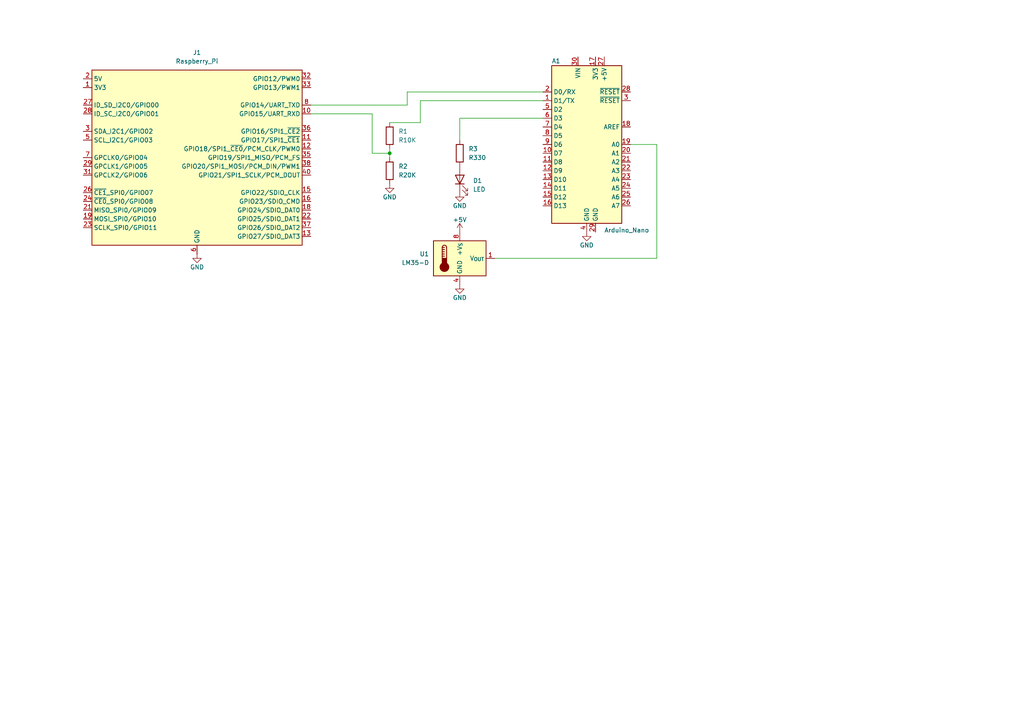
<source format=kicad_sch>
(kicad_sch (version 20250114) (generator "eeschema") (generator_version "9.0")
  (paper "A4")
  (title_block (title "Arduino Nano + LM35 + YF-S201 (grid 50mil)") (date "2025-09-16") (rev "1.0") (company "Adriana") (comment 1 "LM35→A0; YF-S201 con pull-up 10k→D2"))
  (lib_symbols
    (symbol "Connector:Raspberry_Pi_4"
      (property "Reference" "J" (at -17.526 48.768 0))
      (property "Value" "Raspberry_Pi_4" (at 15.748 -26.416 0))
      (symbol "Raspberry_Pi_4_0_1"
        (rectangle (start -30.48 25.4) (end 30.48 -25.4) (stroke (width 0.254)) (fill (type background)))
      )
      (symbol "Raspberry_Pi_4_1_1"
        (pin bidirectional line (at -33.02 22.86 0) (length 2.54) (name "GPIO12/PWM0") (number "32"))
        (pin bidirectional line (at -33.02 20.32 0) (length 2.54) (name "GPIO13/PWM1") (number "33"))
        (pin bidirectional line (at -33.02 15.24 0) (length 2.54) (name "GPIO14/UART_TXD") (number "8"))
        (pin bidirectional line (at -33.02 12.7 0) (length 2.54) (name "GPIO15/UART_RXD") (number "10"))
        (pin bidirectional line (at -33.02 7.62 0) (length 2.54) (name "GPIO16/SPI1_~{CE2}") (number "36"))
        (pin bidirectional line (at -33.02 5.08 0) (length 2.54) (name "GPIO17/SPI1_~{CE1}") (number "11"))
        (pin bidirectional line (at -33.02 2.54 0) (length 2.54) (name "GPIO18/SPI1_~{CE0}/PCM_CLK/PWM0") (number "12"))
        (pin bidirectional line (at -33.02 0 0) (length 2.54) (name "GPIO19/SPI1_MISO/PCM_FS") (number "35"))
        (pin bidirectional line (at -33.02 -2.54 0) (length 2.54) (name "GPIO20/SPI1_MOSI/PCM_DIN/PWM1") (number "38"))
        (pin bidirectional line (at -33.02 -5.08 0) (length 2.54) (name "GPIO21/SPI1_SCLK/PCM_DOUT") (number "40"))
        (pin bidirectional line (at -33.02 -10.16 0) (length 2.54) (name "GPIO22/SDIO_CLK") (number "15"))
        (pin bidirectional line (at -33.02 -12.7 0) (length 2.54) (name "GPIO23/SDIO_CMD") (number "16"))
        (pin bidirectional line (at -33.02 -15.24 0) (length 2.54) (name "GPIO24/SDIO_DAT0") (number "18"))
        (pin bidirectional line (at -33.02 -17.78 0) (length 2.54) (name "GPIO25/SDIO_DAT1") (number "22"))
        (pin bidirectional line (at -33.02 -20.32 0) (length 2.54) (name "GPIO26/SDIO_DAT2") (number "37"))
        (pin bidirectional line (at -33.02 -22.86 0) (length 2.54) (name "GPIO27/SDIO_DAT3") (number "13"))
        (pin passive line (at 0 -27.94 90) (length 2.54) (hide yes) (name "GND") (number "14"))
        (pin passive line (at 0 -27.94 90) (length 2.54) (hide yes) (name "GND") (number "20"))
        (pin passive line (at 0 -27.94 90) (length 2.54) (hide yes) (name "GND") (number "25"))
        (pin passive line (at 0 -27.94 90) (length 2.54) (hide yes) (name "GND") (number "30"))
        (pin passive line (at 0 -27.94 90) (length 2.54) (hide yes) (name "GND") (number "34"))
        (pin passive line (at 0 -27.94 90) (length 2.54) (hide yes) (name "GND") (number "39"))
        (pin power_out line (at 0 -27.94 90) (length 2.54) (name "GND") (number "6"))
        (pin passive line (at 0 -27.94 90) (length 2.54) (hide yes) (name "GND") (number "9"))
        (pin power_out line (at 33.02 22.86 180) (length 2.54) (name "5V") (number "2"))
        (pin passive line (at 33.02 22.86 180) (length 2.54) (hide yes) (name "5V") (number "4"))
        (pin power_out line (at 33.02 20.32 180) (length 2.54) (name "3V3") (number "1"))
        (pin passive line (at 33.02 20.32 180) (length 2.54) (hide yes) (name "3V3") (number "17"))
        (pin bidirectional line (at 33.02 15.24 180) (length 2.54) (name "ID_SD_I2C0/GPIO00") (number "27"))
        (pin bidirectional line (at 33.02 12.7 180) (length 2.54) (name "ID_SC_I2C0/GPIO01") (number "28"))
        (pin bidirectional line (at 33.02 7.62 180) (length 2.54) (name "SDA_I2C1/GPIO02") (number "3"))
        (pin bidirectional line (at 33.02 5.08 180) (length 2.54) (name "SCL_I2C1/GPIO03") (number "5"))
        (pin bidirectional line (at 33.02 0 180) (length 2.54) (name "GPCLK0/GPIO04") (number "7"))
        (pin bidirectional line (at 33.02 -2.54 180) (length 2.54) (name "GPCLK1/GPIO05") (number "29"))
        (pin bidirectional line (at 33.02 -5.08 180) (length 2.54) (name "GPCLK2/GPIO06") (number "31"))
        (pin bidirectional line (at 33.02 -10.16 180) (length 2.54) (name "~{CE1}_SPI0/GPIO07") (number "26"))
        (pin bidirectional line (at 33.02 -12.7 180) (length 2.54) (name "~{CE0}_SPI0/GPIO08") (number "24"))
        (pin bidirectional line (at 33.02 -15.24 180) (length 2.54) (name "MISO_SPI0/GPIO09") (number "21"))
        (pin bidirectional line (at 33.02 -17.78 180) (length 2.54) (name "MOSI_SPI0/GPIO10") (number "19"))
        (pin bidirectional line (at 33.02 -20.32 180) (length 2.54) (name "SCLK_SPI0/GPIO11") (number "23"))
      )
    )
    (symbol "Device:LED" (pin_numbers (hide yes)) (pin_names (offset 1.016) (hide yes))
      (property "Reference" "D" (at 0 2.54 0))
      (property "Value" "LED" (at 0 -2.54 0))
      (symbol "LED_0_1"
        (polyline (pts (xy -3.048 -0.762) (xy -4.572 -2.286) (xy -3.81 -2.286) (xy -4.572 -2.286) (xy -4.572 -1.524)))
        (polyline (pts (xy -1.778 -0.762) (xy -3.302 -2.286) (xy -2.54 -2.286) (xy -3.302 -2.286) (xy -3.302 -1.524)))
        (polyline (pts (xy -1.27 0) (xy 1.27 0)))
        (polyline (pts (xy -1.27 -1.27) (xy -1.27 1.27)) (stroke (width 0.254)))
        (polyline (pts (xy 1.27 -1.27) (xy 1.27 1.27) (xy -1.27 0) (xy 1.27 -1.27)) (stroke (width 0.254)))
      )
      (symbol "LED_1_1"
        (pin passive line (at -3.81 0 0) (length 2.54) (name "K") (number "1"))
        (pin passive line (at 3.81 0 180) (length 2.54) (name "A") (number "2"))
      )
    )
    (symbol "Device:R" (pin_numbers (hide yes)) (pin_names (offset 0))
      (property "Reference" "R" (at 2.032 0 90))
      (property "Value" "R" (at 0 0 90))
      (symbol "R_0_1"
        (rectangle (start -1.016 -2.54) (end 1.016 2.54) (stroke (width 0.254)))
      )
      (symbol "R_1_1"
        (pin passive line (at 0 3.81 270) (length 1.27) (name "~") (number "1"))
        (pin passive line (at 0 -3.81 90) (length 1.27) (name "~") (number "2"))
      )
    )
    (symbol "MCU_Module:Arduino_Nano_v3.x"
      (property "Reference" "A" (at -10.16 23.495 0))
      (property "Value" "Arduino_Nano_v3.x" (at 5.08 -24.13 0))
      (symbol "Arduino_Nano_v3.x_0_1"
        (rectangle (start -10.16 22.86) (end 10.16 -22.86) (stroke (width 0.254)) (fill (type background)))
      )
      (symbol "Arduino_Nano_v3.x_1_1"
        (pin bidirectional line (at -12.7 15.24 0) (length 2.54) (name "D0/RX") (number "2"))
        (pin bidirectional line (at -12.7 12.7 0) (length 2.54) (name "D1/TX") (number "1"))
        (pin bidirectional line (at -12.7 10.16 0) (length 2.54) (name "D2") (number "5"))
        (pin bidirectional line (at -12.7 7.62 0) (length 2.54) (name "D3") (number "6"))
        (pin bidirectional line (at -12.7 5.08 0) (length 2.54) (name "D4") (number "7"))
        (pin bidirectional line (at -12.7 2.54 0) (length 2.54) (name "D5") (number "8"))
        (pin bidirectional line (at -12.7 0 0) (length 2.54) (name "D6") (number "9"))
        (pin bidirectional line (at -12.7 -2.54 0) (length 2.54) (name "D7") (number "10"))
        (pin bidirectional line (at -12.7 -5.08 0) (length 2.54) (name "D8") (number "11"))
        (pin bidirectional line (at -12.7 -7.62 0) (length 2.54) (name "D9") (number "12"))
        (pin bidirectional line (at -12.7 -10.16 0) (length 2.54) (name "D10") (number "13"))
        (pin bidirectional line (at -12.7 -12.7 0) (length 2.54) (name "D11") (number "14"))
        (pin bidirectional line (at -12.7 -15.24 0) (length 2.54) (name "D12") (number "15"))
        (pin bidirectional line (at -12.7 -17.78 0) (length 2.54) (name "D13") (number "16"))
        (pin power_in line (at -2.54 25.4 270) (length 2.54) (name "VIN") (number "30"))
        (pin power_in line (at 0 -25.4 90) (length 2.54) (name "GND") (number "4"))
        (pin power_out line (at 2.54 25.4 270) (length 2.54) (name "3V3") (number "17"))
        (pin power_in line (at 2.54 -25.4 90) (length 2.54) (name "GND") (number "29"))
        (pin power_out line (at 5.08 25.4 270) (length 2.54) (name "+5V") (number "27"))
        (pin input line (at 12.7 15.24 180) (length 2.54) (name "~{RESET}") (number "28"))
        (pin input line (at 12.7 12.7 180) (length 2.54) (name "~{RESET}") (number "3"))
        (pin input line (at 12.7 5.08 180) (length 2.54) (name "AREF") (number "18"))
        (pin bidirectional line (at 12.7 0 180) (length 2.54) (name "A0") (number "19"))
        (pin bidirectional line (at 12.7 -2.54 180) (length 2.54) (name "A1") (number "20"))
        (pin bidirectional line (at 12.7 -5.08 180) (length 2.54) (name "A2") (number "21"))
        (pin bidirectional line (at 12.7 -7.62 180) (length 2.54) (name "A3") (number "22"))
        (pin bidirectional line (at 12.7 -10.16 180) (length 2.54) (name "A4") (number "23"))
        (pin bidirectional line (at 12.7 -12.7 180) (length 2.54) (name "A5") (number "24"))
        (pin bidirectional line (at 12.7 -15.24 180) (length 2.54) (name "A6") (number "25"))
        (pin bidirectional line (at 12.7 -17.78 180) (length 2.54) (name "A7") (number "26"))
      )
    )
    (symbol "Sensor_Temperature:LM35-D"
      (property "Reference" "U" (at -6.35 6.35 0))
      (property "Value" "LM35-D" (at 1.27 6.35 0))
      (symbol "LM35-D_0_1"
        (rectangle (start -7.62 5.08) (end 7.62 -5.08) (stroke (width 0.254)) (fill (type background)))
        (polyline (pts (xy -5.08 3.175) (xy -5.08 0)) (stroke (width 0.254)))
        (polyline (pts (xy -5.08 3.175) (xy -4.445 3.175)) (stroke (width 0.254)))
        (polyline (pts (xy -5.08 2.54) (xy -4.445 2.54)) (stroke (width 0.254)))
        (polyline (pts (xy -5.08 1.905) (xy -4.445 1.905)) (stroke (width 0.254)))
        (polyline (pts (xy -5.08 1.27) (xy -4.445 1.27)) (stroke (width 0.254)))
        (polyline (pts (xy -5.08 0.635) (xy -4.445 0.635)) (stroke (width 0.254)))
        (arc (start -5.08 3.175) (mid -4.445 3.8073) (end -3.81 3.175) (stroke (width 0.254)))
        (circle (center -4.445 -2.54) (radius 1.27) (stroke (width 0.254)) (fill (type outline)))
        (polyline (pts (xy -3.81 3.175) (xy -3.81 0)) (stroke (width 0.254)))
        (rectangle (start -3.81 -1.905) (end -5.08 0) (stroke (width 0.254)) (fill (type outline)))
      )
      (symbol "LM35-D_1_1"
        (pin no_connect line (at -2.54 5.08 270) (length 2.54) (hide yes) (name "NC") (number "3"))
        (pin no_connect line (at -2.54 -5.08 90) (length 2.54) (hide yes) (name "NC") (number "2"))
        (pin power_in line (at 0 7.62 270) (length 2.54) (name "+V_{S}") (number "8"))
        (pin power_in line (at 0 -7.62 90) (length 2.54) (name "GND") (number "4"))
        (pin no_connect line (at 2.54 -5.08 90) (length 2.54) (hide yes) (name "NC") (number "5"))
        (pin no_connect line (at 5.08 -5.08 90) (length 2.54) (hide yes) (name "NC") (number "6"))
        (pin no_connect line (at 7.62 2.54 180) (length 2.54) (hide yes) (name "NC") (number "7"))
        (pin output line (at 10.16 0 180) (length 2.54) (name "V_{OUT}") (number "1"))
      )
    )
    (symbol "power:+5V" (power) (pin_numbers (hide yes)) (pin_names (offset 0) (hide yes))
      (property "Value" "+5V" (at 0 3.556 0))
      (symbol "+5V_0_1"
        (polyline (pts (xy -0.762 1.27) (xy 0 2.54)))
        (polyline (pts (xy 0 2.54) (xy 0.762 1.27)))
        (polyline (pts (xy 0 0) (xy 0 2.54)))
      )
      (symbol "+5V_1_1"
        (pin power_in line (at 0 0 90) (length 0) (name "~") (number "1"))
      )
    )
    (symbol "power:GND" (power) (pin_numbers (hide yes)) (pin_names (offset 0) (hide yes))
      (property "Value" "GND" (at 0 -3.81 0))
      (symbol "GND_0_1"
        (polyline (pts (xy 0 0) (xy 0 -1.27) (xy 1.27 -1.27) (xy 0 -2.54) (xy -1.27 -1.27) (xy 0 -1.27)))
      )
      (symbol "GND_1_1"
        (pin power_in line (at 0 0 270) (length 0) (name "~") (number "1"))
      )
    )
  )
  (junction (at 113.03 44.45))
  (wire (pts (xy 121.92 29.21) (xy 121.92 35.56)))
  (wire (pts (xy 143.51 74.93) (xy 190.5 74.93)))
  (wire (pts (xy 190.5 74.93) (xy 190.5 41.91)))
  (wire (pts (xy 113.03 44.45) (xy 113.03 43.18)))
  (wire (pts (xy 190.5 41.91) (xy 182.88 41.91)))
  (wire (pts (xy 90.17 33.02) (xy 107.95 33.02)))
  (wire (pts (xy 133.35 34.29) (xy 157.48 34.29)))
  (wire (pts (xy 107.95 33.02) (xy 107.95 44.45)))
  (wire (pts (xy 157.48 29.21) (xy 121.92 29.21)))
  (wire (pts (xy 118.11 26.67) (xy 157.48 26.67)))
  (wire (pts (xy 118.11 30.48) (xy 118.11 26.67)))
  (wire (pts (xy 90.17 30.48) (xy 118.11 30.48)))
  (wire (pts (xy 113.03 45.72) (xy 113.03 44.45)))
  (wire (pts (xy 121.92 35.56) (xy 113.03 35.56)))
  (wire (pts (xy 133.35 40.64) (xy 133.35 34.29)))
  (wire (pts (xy 107.95 44.45) (xy 113.03 44.45)))
  (symbol (lib_id "power:GND") (at 57.15 73.66 0) (unit 1)
    (property "Reference" "#PWR02" (effects (hide yes)))
    (property "Value" "GND" (at 57.15 77.47 0))
    (property "Description" "Power symbol creates a global label with name \"GND\" , ground" (effects (hide yes)))
  )
  (symbol (lib_id "Sensor_Temperature:LM35-D") (at 133.35 74.93 0) (unit 1)
    (property "Reference" "U1" (at 124.46 73.6599 0) (effects (justify right)))
    (property "Value" "LM35-D" (at 124.46 76.1999 0) (effects (justify right)))
    (property "Footprint" "Package_SO:SOIC-8_3.9x4.9mm_P1.27mm" (effects (hide yes)))
    (property "Datasheet" "http://www.ti.com/lit/ds/symlink/lm35.pdf" (effects (hide yes)))
    (property "Description" "Precision centigrade temperature sensor, SOIC-8" (effects (hide yes)))
  )
  (symbol (lib_id "power:+5V") (at 133.35 67.31 0) (unit 1)
    (property "Reference" "#PWR?" (effects (hide yes)))
    (property "Value" "+5V" (at 133.35 63.754 0))
    (property "Description" "Power symbol creates a global label with name \"+5V\"" (effects (hide yes)))
  )
  (symbol (lib_id "Connector:Raspberry_Pi_4") (at 57.15 45.72 0) (mirror y) (unit 1)
    (property "Reference" "J1" (at 57.15 15.24 0))
    (property "Value" "Raspberry_Pi" (at 57.15 17.78 0))
    (property "Datasheet" "https://datasheets.raspberrypi.com/rpi4/raspberry-pi-4-datasheet.pdf" (effects (hide yes)))
    (property "Description" "Raspberry Pi 4 Model B" (effects (hide yes)))
  )
  (symbol (lib_id "power:GND") (at 133.35 82.55 0) (unit 1)
    (property "Reference" "#PWR?" (effects (hide yes)))
    (property "Value" "GND" (at 133.35 86.36 0))
    (property "Description" "Power symbol creates a global label with name \"GND\" , ground" (effects (hide yes)))
  )
  (symbol (lib_id "MCU_Module:Arduino_Nano_v3.x") (at 170.18 41.91 0) (unit 1)
    (property "Reference" "A1" (at 160.02 18.415 0) (effects (justify left bottom)))
    (property "Value" "Arduino_Nano" (at 175.26 66.04 0) (effects (justify left top)))
    (property "Footprint" "Module:Arduino_Nano" (effects (hide yes)))
    (property "Datasheet" "http://www.mouser.com/pdfdocs/Gravitech_Arduino_Nano3_0.pdf" (effects (hide yes)))
    (property "Description" "Arduino Nano v3.x" (effects (hide yes)))
  )
  (symbol (lib_id "power:GND") (at 133.35 55.88 0) (unit 1)
    (property "Reference" "#PWR04" (effects (hide yes)))
    (property "Value" "GND" (at 133.35 59.69 0))
    (property "Description" "Power symbol creates a global label with name \"GND\" , ground" (effects (hide yes)))
  )
  (symbol (lib_id "Device:R") (at 113.03 49.53 0) (unit 1)
    (property "Reference" "R2" (at 115.57 48.2599 0) (effects (justify left)))
    (property "Value" "R20K" (at 115.57 50.7999 0) (effects (justify left)))
    (property "Description" "Resistor" (effects (hide yes)))
  )
  (symbol (lib_id "power:GND") (at 113.03 53.34 0) (unit 1)
    (property "Reference" "#PWR03" (effects (hide yes)))
    (property "Value" "GND" (at 113.03 57.15 0))
    (property "Description" "Power symbol creates a global label with name \"GND\" , ground" (effects (hide yes)))
  )
  (symbol (lib_id "Device:LED") (at 133.35 52.07 90) (unit 1)
    (property "Reference" "D1" (at 137.16 52.3874 90) (effects (justify right)))
    (property "Value" "LED" (at 137.16 54.9274 90) (effects (justify right)))
    (property "Description" "Light emitting diode" (effects (hide yes)))
    (property "Sim.Pins" "1=K 2=A" (effects (hide yes)))
  )
  (symbol (lib_id "power:GND") (at 170.18 67.31 0) (unit 1)
    (property "Reference" "#PWR01" (effects (hide yes)))
    (property "Value" "GND" (at 170.18 71.12 0))
    (property "Description" "Power symbol creates a global label with name \"GND\" , ground" (effects (hide yes)))
  )
  (symbol (lib_id "Device:R") (at 133.35 44.45 0) (unit 1)
    (property "Reference" "R3" (at 135.89 43.1799 0) (effects (justify left)))
    (property "Value" "R330" (at 135.89 45.7199 0) (effects (justify left)))
    (property "Description" "Resistor" (effects (hide yes)))
  )
  (symbol (lib_id "Device:R") (at 113.03 39.37 0) (unit 1)
    (property "Reference" "R1" (at 115.57 38.0999 0) (effects (justify left)))
    (property "Value" "R10K" (at 115.57 40.6399 0) (effects (justify left)))
    (property "Description" "Resistor" (effects (hide yes)))
  )
)
</source>
